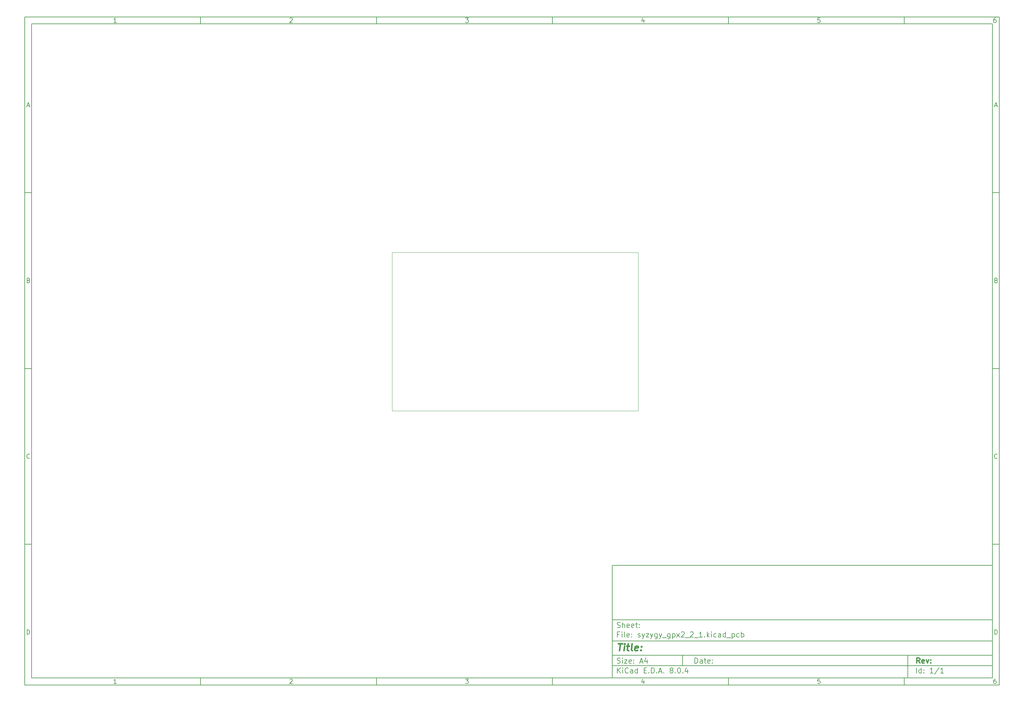
<source format=gbr>
%TF.GenerationSoftware,KiCad,Pcbnew,8.0.4*%
%TF.CreationDate,2025-07-14T14:52:46+02:00*%
%TF.ProjectId,syzygy_gpx2_2_1,73797a79-6779-45f6-9770-78325f325f31,rev?*%
%TF.SameCoordinates,Original*%
%TF.FileFunction,Profile,NP*%
%FSLAX46Y46*%
G04 Gerber Fmt 4.6, Leading zero omitted, Abs format (unit mm)*
G04 Created by KiCad (PCBNEW 8.0.4) date 2025-07-14 14:52:46*
%MOMM*%
%LPD*%
G01*
G04 APERTURE LIST*
%ADD10C,0.100000*%
%ADD11C,0.150000*%
%ADD12C,0.300000*%
%ADD13C,0.400000*%
%TA.AperFunction,Profile*%
%ADD14C,0.050000*%
%TD*%
G04 APERTURE END LIST*
D10*
D11*
X177002200Y-166007200D02*
X285002200Y-166007200D01*
X285002200Y-198007200D01*
X177002200Y-198007200D01*
X177002200Y-166007200D01*
D10*
D11*
X10000000Y-10000000D02*
X287002200Y-10000000D01*
X287002200Y-200007200D01*
X10000000Y-200007200D01*
X10000000Y-10000000D01*
D10*
D11*
X12000000Y-12000000D02*
X285002200Y-12000000D01*
X285002200Y-198007200D01*
X12000000Y-198007200D01*
X12000000Y-12000000D01*
D10*
D11*
X60000000Y-12000000D02*
X60000000Y-10000000D01*
D10*
D11*
X110000000Y-12000000D02*
X110000000Y-10000000D01*
D10*
D11*
X160000000Y-12000000D02*
X160000000Y-10000000D01*
D10*
D11*
X210000000Y-12000000D02*
X210000000Y-10000000D01*
D10*
D11*
X260000000Y-12000000D02*
X260000000Y-10000000D01*
D10*
D11*
X36089160Y-11593604D02*
X35346303Y-11593604D01*
X35717731Y-11593604D02*
X35717731Y-10293604D01*
X35717731Y-10293604D02*
X35593922Y-10479319D01*
X35593922Y-10479319D02*
X35470112Y-10603128D01*
X35470112Y-10603128D02*
X35346303Y-10665033D01*
D10*
D11*
X85346303Y-10417414D02*
X85408207Y-10355509D01*
X85408207Y-10355509D02*
X85532017Y-10293604D01*
X85532017Y-10293604D02*
X85841541Y-10293604D01*
X85841541Y-10293604D02*
X85965350Y-10355509D01*
X85965350Y-10355509D02*
X86027255Y-10417414D01*
X86027255Y-10417414D02*
X86089160Y-10541223D01*
X86089160Y-10541223D02*
X86089160Y-10665033D01*
X86089160Y-10665033D02*
X86027255Y-10850747D01*
X86027255Y-10850747D02*
X85284398Y-11593604D01*
X85284398Y-11593604D02*
X86089160Y-11593604D01*
D10*
D11*
X135284398Y-10293604D02*
X136089160Y-10293604D01*
X136089160Y-10293604D02*
X135655826Y-10788842D01*
X135655826Y-10788842D02*
X135841541Y-10788842D01*
X135841541Y-10788842D02*
X135965350Y-10850747D01*
X135965350Y-10850747D02*
X136027255Y-10912652D01*
X136027255Y-10912652D02*
X136089160Y-11036461D01*
X136089160Y-11036461D02*
X136089160Y-11345985D01*
X136089160Y-11345985D02*
X136027255Y-11469795D01*
X136027255Y-11469795D02*
X135965350Y-11531700D01*
X135965350Y-11531700D02*
X135841541Y-11593604D01*
X135841541Y-11593604D02*
X135470112Y-11593604D01*
X135470112Y-11593604D02*
X135346303Y-11531700D01*
X135346303Y-11531700D02*
X135284398Y-11469795D01*
D10*
D11*
X185965350Y-10726938D02*
X185965350Y-11593604D01*
X185655826Y-10231700D02*
X185346303Y-11160271D01*
X185346303Y-11160271D02*
X186151064Y-11160271D01*
D10*
D11*
X236027255Y-10293604D02*
X235408207Y-10293604D01*
X235408207Y-10293604D02*
X235346303Y-10912652D01*
X235346303Y-10912652D02*
X235408207Y-10850747D01*
X235408207Y-10850747D02*
X235532017Y-10788842D01*
X235532017Y-10788842D02*
X235841541Y-10788842D01*
X235841541Y-10788842D02*
X235965350Y-10850747D01*
X235965350Y-10850747D02*
X236027255Y-10912652D01*
X236027255Y-10912652D02*
X236089160Y-11036461D01*
X236089160Y-11036461D02*
X236089160Y-11345985D01*
X236089160Y-11345985D02*
X236027255Y-11469795D01*
X236027255Y-11469795D02*
X235965350Y-11531700D01*
X235965350Y-11531700D02*
X235841541Y-11593604D01*
X235841541Y-11593604D02*
X235532017Y-11593604D01*
X235532017Y-11593604D02*
X235408207Y-11531700D01*
X235408207Y-11531700D02*
X235346303Y-11469795D01*
D10*
D11*
X285965350Y-10293604D02*
X285717731Y-10293604D01*
X285717731Y-10293604D02*
X285593922Y-10355509D01*
X285593922Y-10355509D02*
X285532017Y-10417414D01*
X285532017Y-10417414D02*
X285408207Y-10603128D01*
X285408207Y-10603128D02*
X285346303Y-10850747D01*
X285346303Y-10850747D02*
X285346303Y-11345985D01*
X285346303Y-11345985D02*
X285408207Y-11469795D01*
X285408207Y-11469795D02*
X285470112Y-11531700D01*
X285470112Y-11531700D02*
X285593922Y-11593604D01*
X285593922Y-11593604D02*
X285841541Y-11593604D01*
X285841541Y-11593604D02*
X285965350Y-11531700D01*
X285965350Y-11531700D02*
X286027255Y-11469795D01*
X286027255Y-11469795D02*
X286089160Y-11345985D01*
X286089160Y-11345985D02*
X286089160Y-11036461D01*
X286089160Y-11036461D02*
X286027255Y-10912652D01*
X286027255Y-10912652D02*
X285965350Y-10850747D01*
X285965350Y-10850747D02*
X285841541Y-10788842D01*
X285841541Y-10788842D02*
X285593922Y-10788842D01*
X285593922Y-10788842D02*
X285470112Y-10850747D01*
X285470112Y-10850747D02*
X285408207Y-10912652D01*
X285408207Y-10912652D02*
X285346303Y-11036461D01*
D10*
D11*
X60000000Y-198007200D02*
X60000000Y-200007200D01*
D10*
D11*
X110000000Y-198007200D02*
X110000000Y-200007200D01*
D10*
D11*
X160000000Y-198007200D02*
X160000000Y-200007200D01*
D10*
D11*
X210000000Y-198007200D02*
X210000000Y-200007200D01*
D10*
D11*
X260000000Y-198007200D02*
X260000000Y-200007200D01*
D10*
D11*
X36089160Y-199600804D02*
X35346303Y-199600804D01*
X35717731Y-199600804D02*
X35717731Y-198300804D01*
X35717731Y-198300804D02*
X35593922Y-198486519D01*
X35593922Y-198486519D02*
X35470112Y-198610328D01*
X35470112Y-198610328D02*
X35346303Y-198672233D01*
D10*
D11*
X85346303Y-198424614D02*
X85408207Y-198362709D01*
X85408207Y-198362709D02*
X85532017Y-198300804D01*
X85532017Y-198300804D02*
X85841541Y-198300804D01*
X85841541Y-198300804D02*
X85965350Y-198362709D01*
X85965350Y-198362709D02*
X86027255Y-198424614D01*
X86027255Y-198424614D02*
X86089160Y-198548423D01*
X86089160Y-198548423D02*
X86089160Y-198672233D01*
X86089160Y-198672233D02*
X86027255Y-198857947D01*
X86027255Y-198857947D02*
X85284398Y-199600804D01*
X85284398Y-199600804D02*
X86089160Y-199600804D01*
D10*
D11*
X135284398Y-198300804D02*
X136089160Y-198300804D01*
X136089160Y-198300804D02*
X135655826Y-198796042D01*
X135655826Y-198796042D02*
X135841541Y-198796042D01*
X135841541Y-198796042D02*
X135965350Y-198857947D01*
X135965350Y-198857947D02*
X136027255Y-198919852D01*
X136027255Y-198919852D02*
X136089160Y-199043661D01*
X136089160Y-199043661D02*
X136089160Y-199353185D01*
X136089160Y-199353185D02*
X136027255Y-199476995D01*
X136027255Y-199476995D02*
X135965350Y-199538900D01*
X135965350Y-199538900D02*
X135841541Y-199600804D01*
X135841541Y-199600804D02*
X135470112Y-199600804D01*
X135470112Y-199600804D02*
X135346303Y-199538900D01*
X135346303Y-199538900D02*
X135284398Y-199476995D01*
D10*
D11*
X185965350Y-198734138D02*
X185965350Y-199600804D01*
X185655826Y-198238900D02*
X185346303Y-199167471D01*
X185346303Y-199167471D02*
X186151064Y-199167471D01*
D10*
D11*
X236027255Y-198300804D02*
X235408207Y-198300804D01*
X235408207Y-198300804D02*
X235346303Y-198919852D01*
X235346303Y-198919852D02*
X235408207Y-198857947D01*
X235408207Y-198857947D02*
X235532017Y-198796042D01*
X235532017Y-198796042D02*
X235841541Y-198796042D01*
X235841541Y-198796042D02*
X235965350Y-198857947D01*
X235965350Y-198857947D02*
X236027255Y-198919852D01*
X236027255Y-198919852D02*
X236089160Y-199043661D01*
X236089160Y-199043661D02*
X236089160Y-199353185D01*
X236089160Y-199353185D02*
X236027255Y-199476995D01*
X236027255Y-199476995D02*
X235965350Y-199538900D01*
X235965350Y-199538900D02*
X235841541Y-199600804D01*
X235841541Y-199600804D02*
X235532017Y-199600804D01*
X235532017Y-199600804D02*
X235408207Y-199538900D01*
X235408207Y-199538900D02*
X235346303Y-199476995D01*
D10*
D11*
X285965350Y-198300804D02*
X285717731Y-198300804D01*
X285717731Y-198300804D02*
X285593922Y-198362709D01*
X285593922Y-198362709D02*
X285532017Y-198424614D01*
X285532017Y-198424614D02*
X285408207Y-198610328D01*
X285408207Y-198610328D02*
X285346303Y-198857947D01*
X285346303Y-198857947D02*
X285346303Y-199353185D01*
X285346303Y-199353185D02*
X285408207Y-199476995D01*
X285408207Y-199476995D02*
X285470112Y-199538900D01*
X285470112Y-199538900D02*
X285593922Y-199600804D01*
X285593922Y-199600804D02*
X285841541Y-199600804D01*
X285841541Y-199600804D02*
X285965350Y-199538900D01*
X285965350Y-199538900D02*
X286027255Y-199476995D01*
X286027255Y-199476995D02*
X286089160Y-199353185D01*
X286089160Y-199353185D02*
X286089160Y-199043661D01*
X286089160Y-199043661D02*
X286027255Y-198919852D01*
X286027255Y-198919852D02*
X285965350Y-198857947D01*
X285965350Y-198857947D02*
X285841541Y-198796042D01*
X285841541Y-198796042D02*
X285593922Y-198796042D01*
X285593922Y-198796042D02*
X285470112Y-198857947D01*
X285470112Y-198857947D02*
X285408207Y-198919852D01*
X285408207Y-198919852D02*
X285346303Y-199043661D01*
D10*
D11*
X10000000Y-60000000D02*
X12000000Y-60000000D01*
D10*
D11*
X10000000Y-110000000D02*
X12000000Y-110000000D01*
D10*
D11*
X10000000Y-160000000D02*
X12000000Y-160000000D01*
D10*
D11*
X10690476Y-35222176D02*
X11309523Y-35222176D01*
X10566666Y-35593604D02*
X10999999Y-34293604D01*
X10999999Y-34293604D02*
X11433333Y-35593604D01*
D10*
D11*
X11092857Y-84912652D02*
X11278571Y-84974557D01*
X11278571Y-84974557D02*
X11340476Y-85036461D01*
X11340476Y-85036461D02*
X11402380Y-85160271D01*
X11402380Y-85160271D02*
X11402380Y-85345985D01*
X11402380Y-85345985D02*
X11340476Y-85469795D01*
X11340476Y-85469795D02*
X11278571Y-85531700D01*
X11278571Y-85531700D02*
X11154761Y-85593604D01*
X11154761Y-85593604D02*
X10659523Y-85593604D01*
X10659523Y-85593604D02*
X10659523Y-84293604D01*
X10659523Y-84293604D02*
X11092857Y-84293604D01*
X11092857Y-84293604D02*
X11216666Y-84355509D01*
X11216666Y-84355509D02*
X11278571Y-84417414D01*
X11278571Y-84417414D02*
X11340476Y-84541223D01*
X11340476Y-84541223D02*
X11340476Y-84665033D01*
X11340476Y-84665033D02*
X11278571Y-84788842D01*
X11278571Y-84788842D02*
X11216666Y-84850747D01*
X11216666Y-84850747D02*
X11092857Y-84912652D01*
X11092857Y-84912652D02*
X10659523Y-84912652D01*
D10*
D11*
X11402380Y-135469795D02*
X11340476Y-135531700D01*
X11340476Y-135531700D02*
X11154761Y-135593604D01*
X11154761Y-135593604D02*
X11030952Y-135593604D01*
X11030952Y-135593604D02*
X10845238Y-135531700D01*
X10845238Y-135531700D02*
X10721428Y-135407890D01*
X10721428Y-135407890D02*
X10659523Y-135284080D01*
X10659523Y-135284080D02*
X10597619Y-135036461D01*
X10597619Y-135036461D02*
X10597619Y-134850747D01*
X10597619Y-134850747D02*
X10659523Y-134603128D01*
X10659523Y-134603128D02*
X10721428Y-134479319D01*
X10721428Y-134479319D02*
X10845238Y-134355509D01*
X10845238Y-134355509D02*
X11030952Y-134293604D01*
X11030952Y-134293604D02*
X11154761Y-134293604D01*
X11154761Y-134293604D02*
X11340476Y-134355509D01*
X11340476Y-134355509D02*
X11402380Y-134417414D01*
D10*
D11*
X10659523Y-185593604D02*
X10659523Y-184293604D01*
X10659523Y-184293604D02*
X10969047Y-184293604D01*
X10969047Y-184293604D02*
X11154761Y-184355509D01*
X11154761Y-184355509D02*
X11278571Y-184479319D01*
X11278571Y-184479319D02*
X11340476Y-184603128D01*
X11340476Y-184603128D02*
X11402380Y-184850747D01*
X11402380Y-184850747D02*
X11402380Y-185036461D01*
X11402380Y-185036461D02*
X11340476Y-185284080D01*
X11340476Y-185284080D02*
X11278571Y-185407890D01*
X11278571Y-185407890D02*
X11154761Y-185531700D01*
X11154761Y-185531700D02*
X10969047Y-185593604D01*
X10969047Y-185593604D02*
X10659523Y-185593604D01*
D10*
D11*
X287002200Y-60000000D02*
X285002200Y-60000000D01*
D10*
D11*
X287002200Y-110000000D02*
X285002200Y-110000000D01*
D10*
D11*
X287002200Y-160000000D02*
X285002200Y-160000000D01*
D10*
D11*
X285692676Y-35222176D02*
X286311723Y-35222176D01*
X285568866Y-35593604D02*
X286002199Y-34293604D01*
X286002199Y-34293604D02*
X286435533Y-35593604D01*
D10*
D11*
X286095057Y-84912652D02*
X286280771Y-84974557D01*
X286280771Y-84974557D02*
X286342676Y-85036461D01*
X286342676Y-85036461D02*
X286404580Y-85160271D01*
X286404580Y-85160271D02*
X286404580Y-85345985D01*
X286404580Y-85345985D02*
X286342676Y-85469795D01*
X286342676Y-85469795D02*
X286280771Y-85531700D01*
X286280771Y-85531700D02*
X286156961Y-85593604D01*
X286156961Y-85593604D02*
X285661723Y-85593604D01*
X285661723Y-85593604D02*
X285661723Y-84293604D01*
X285661723Y-84293604D02*
X286095057Y-84293604D01*
X286095057Y-84293604D02*
X286218866Y-84355509D01*
X286218866Y-84355509D02*
X286280771Y-84417414D01*
X286280771Y-84417414D02*
X286342676Y-84541223D01*
X286342676Y-84541223D02*
X286342676Y-84665033D01*
X286342676Y-84665033D02*
X286280771Y-84788842D01*
X286280771Y-84788842D02*
X286218866Y-84850747D01*
X286218866Y-84850747D02*
X286095057Y-84912652D01*
X286095057Y-84912652D02*
X285661723Y-84912652D01*
D10*
D11*
X286404580Y-135469795D02*
X286342676Y-135531700D01*
X286342676Y-135531700D02*
X286156961Y-135593604D01*
X286156961Y-135593604D02*
X286033152Y-135593604D01*
X286033152Y-135593604D02*
X285847438Y-135531700D01*
X285847438Y-135531700D02*
X285723628Y-135407890D01*
X285723628Y-135407890D02*
X285661723Y-135284080D01*
X285661723Y-135284080D02*
X285599819Y-135036461D01*
X285599819Y-135036461D02*
X285599819Y-134850747D01*
X285599819Y-134850747D02*
X285661723Y-134603128D01*
X285661723Y-134603128D02*
X285723628Y-134479319D01*
X285723628Y-134479319D02*
X285847438Y-134355509D01*
X285847438Y-134355509D02*
X286033152Y-134293604D01*
X286033152Y-134293604D02*
X286156961Y-134293604D01*
X286156961Y-134293604D02*
X286342676Y-134355509D01*
X286342676Y-134355509D02*
X286404580Y-134417414D01*
D10*
D11*
X285661723Y-185593604D02*
X285661723Y-184293604D01*
X285661723Y-184293604D02*
X285971247Y-184293604D01*
X285971247Y-184293604D02*
X286156961Y-184355509D01*
X286156961Y-184355509D02*
X286280771Y-184479319D01*
X286280771Y-184479319D02*
X286342676Y-184603128D01*
X286342676Y-184603128D02*
X286404580Y-184850747D01*
X286404580Y-184850747D02*
X286404580Y-185036461D01*
X286404580Y-185036461D02*
X286342676Y-185284080D01*
X286342676Y-185284080D02*
X286280771Y-185407890D01*
X286280771Y-185407890D02*
X286156961Y-185531700D01*
X286156961Y-185531700D02*
X285971247Y-185593604D01*
X285971247Y-185593604D02*
X285661723Y-185593604D01*
D10*
D11*
X200458026Y-193793328D02*
X200458026Y-192293328D01*
X200458026Y-192293328D02*
X200815169Y-192293328D01*
X200815169Y-192293328D02*
X201029455Y-192364757D01*
X201029455Y-192364757D02*
X201172312Y-192507614D01*
X201172312Y-192507614D02*
X201243741Y-192650471D01*
X201243741Y-192650471D02*
X201315169Y-192936185D01*
X201315169Y-192936185D02*
X201315169Y-193150471D01*
X201315169Y-193150471D02*
X201243741Y-193436185D01*
X201243741Y-193436185D02*
X201172312Y-193579042D01*
X201172312Y-193579042D02*
X201029455Y-193721900D01*
X201029455Y-193721900D02*
X200815169Y-193793328D01*
X200815169Y-193793328D02*
X200458026Y-193793328D01*
X202600884Y-193793328D02*
X202600884Y-193007614D01*
X202600884Y-193007614D02*
X202529455Y-192864757D01*
X202529455Y-192864757D02*
X202386598Y-192793328D01*
X202386598Y-192793328D02*
X202100884Y-192793328D01*
X202100884Y-192793328D02*
X201958026Y-192864757D01*
X202600884Y-193721900D02*
X202458026Y-193793328D01*
X202458026Y-193793328D02*
X202100884Y-193793328D01*
X202100884Y-193793328D02*
X201958026Y-193721900D01*
X201958026Y-193721900D02*
X201886598Y-193579042D01*
X201886598Y-193579042D02*
X201886598Y-193436185D01*
X201886598Y-193436185D02*
X201958026Y-193293328D01*
X201958026Y-193293328D02*
X202100884Y-193221900D01*
X202100884Y-193221900D02*
X202458026Y-193221900D01*
X202458026Y-193221900D02*
X202600884Y-193150471D01*
X203100884Y-192793328D02*
X203672312Y-192793328D01*
X203315169Y-192293328D02*
X203315169Y-193579042D01*
X203315169Y-193579042D02*
X203386598Y-193721900D01*
X203386598Y-193721900D02*
X203529455Y-193793328D01*
X203529455Y-193793328D02*
X203672312Y-193793328D01*
X204743741Y-193721900D02*
X204600884Y-193793328D01*
X204600884Y-193793328D02*
X204315170Y-193793328D01*
X204315170Y-193793328D02*
X204172312Y-193721900D01*
X204172312Y-193721900D02*
X204100884Y-193579042D01*
X204100884Y-193579042D02*
X204100884Y-193007614D01*
X204100884Y-193007614D02*
X204172312Y-192864757D01*
X204172312Y-192864757D02*
X204315170Y-192793328D01*
X204315170Y-192793328D02*
X204600884Y-192793328D01*
X204600884Y-192793328D02*
X204743741Y-192864757D01*
X204743741Y-192864757D02*
X204815170Y-193007614D01*
X204815170Y-193007614D02*
X204815170Y-193150471D01*
X204815170Y-193150471D02*
X204100884Y-193293328D01*
X205458026Y-193650471D02*
X205529455Y-193721900D01*
X205529455Y-193721900D02*
X205458026Y-193793328D01*
X205458026Y-193793328D02*
X205386598Y-193721900D01*
X205386598Y-193721900D02*
X205458026Y-193650471D01*
X205458026Y-193650471D02*
X205458026Y-193793328D01*
X205458026Y-192864757D02*
X205529455Y-192936185D01*
X205529455Y-192936185D02*
X205458026Y-193007614D01*
X205458026Y-193007614D02*
X205386598Y-192936185D01*
X205386598Y-192936185D02*
X205458026Y-192864757D01*
X205458026Y-192864757D02*
X205458026Y-193007614D01*
D10*
D11*
X177002200Y-194507200D02*
X285002200Y-194507200D01*
D10*
D11*
X178458026Y-196593328D02*
X178458026Y-195093328D01*
X179315169Y-196593328D02*
X178672312Y-195736185D01*
X179315169Y-195093328D02*
X178458026Y-195950471D01*
X179958026Y-196593328D02*
X179958026Y-195593328D01*
X179958026Y-195093328D02*
X179886598Y-195164757D01*
X179886598Y-195164757D02*
X179958026Y-195236185D01*
X179958026Y-195236185D02*
X180029455Y-195164757D01*
X180029455Y-195164757D02*
X179958026Y-195093328D01*
X179958026Y-195093328D02*
X179958026Y-195236185D01*
X181529455Y-196450471D02*
X181458027Y-196521900D01*
X181458027Y-196521900D02*
X181243741Y-196593328D01*
X181243741Y-196593328D02*
X181100884Y-196593328D01*
X181100884Y-196593328D02*
X180886598Y-196521900D01*
X180886598Y-196521900D02*
X180743741Y-196379042D01*
X180743741Y-196379042D02*
X180672312Y-196236185D01*
X180672312Y-196236185D02*
X180600884Y-195950471D01*
X180600884Y-195950471D02*
X180600884Y-195736185D01*
X180600884Y-195736185D02*
X180672312Y-195450471D01*
X180672312Y-195450471D02*
X180743741Y-195307614D01*
X180743741Y-195307614D02*
X180886598Y-195164757D01*
X180886598Y-195164757D02*
X181100884Y-195093328D01*
X181100884Y-195093328D02*
X181243741Y-195093328D01*
X181243741Y-195093328D02*
X181458027Y-195164757D01*
X181458027Y-195164757D02*
X181529455Y-195236185D01*
X182815170Y-196593328D02*
X182815170Y-195807614D01*
X182815170Y-195807614D02*
X182743741Y-195664757D01*
X182743741Y-195664757D02*
X182600884Y-195593328D01*
X182600884Y-195593328D02*
X182315170Y-195593328D01*
X182315170Y-195593328D02*
X182172312Y-195664757D01*
X182815170Y-196521900D02*
X182672312Y-196593328D01*
X182672312Y-196593328D02*
X182315170Y-196593328D01*
X182315170Y-196593328D02*
X182172312Y-196521900D01*
X182172312Y-196521900D02*
X182100884Y-196379042D01*
X182100884Y-196379042D02*
X182100884Y-196236185D01*
X182100884Y-196236185D02*
X182172312Y-196093328D01*
X182172312Y-196093328D02*
X182315170Y-196021900D01*
X182315170Y-196021900D02*
X182672312Y-196021900D01*
X182672312Y-196021900D02*
X182815170Y-195950471D01*
X184172313Y-196593328D02*
X184172313Y-195093328D01*
X184172313Y-196521900D02*
X184029455Y-196593328D01*
X184029455Y-196593328D02*
X183743741Y-196593328D01*
X183743741Y-196593328D02*
X183600884Y-196521900D01*
X183600884Y-196521900D02*
X183529455Y-196450471D01*
X183529455Y-196450471D02*
X183458027Y-196307614D01*
X183458027Y-196307614D02*
X183458027Y-195879042D01*
X183458027Y-195879042D02*
X183529455Y-195736185D01*
X183529455Y-195736185D02*
X183600884Y-195664757D01*
X183600884Y-195664757D02*
X183743741Y-195593328D01*
X183743741Y-195593328D02*
X184029455Y-195593328D01*
X184029455Y-195593328D02*
X184172313Y-195664757D01*
X186029455Y-195807614D02*
X186529455Y-195807614D01*
X186743741Y-196593328D02*
X186029455Y-196593328D01*
X186029455Y-196593328D02*
X186029455Y-195093328D01*
X186029455Y-195093328D02*
X186743741Y-195093328D01*
X187386598Y-196450471D02*
X187458027Y-196521900D01*
X187458027Y-196521900D02*
X187386598Y-196593328D01*
X187386598Y-196593328D02*
X187315170Y-196521900D01*
X187315170Y-196521900D02*
X187386598Y-196450471D01*
X187386598Y-196450471D02*
X187386598Y-196593328D01*
X188100884Y-196593328D02*
X188100884Y-195093328D01*
X188100884Y-195093328D02*
X188458027Y-195093328D01*
X188458027Y-195093328D02*
X188672313Y-195164757D01*
X188672313Y-195164757D02*
X188815170Y-195307614D01*
X188815170Y-195307614D02*
X188886599Y-195450471D01*
X188886599Y-195450471D02*
X188958027Y-195736185D01*
X188958027Y-195736185D02*
X188958027Y-195950471D01*
X188958027Y-195950471D02*
X188886599Y-196236185D01*
X188886599Y-196236185D02*
X188815170Y-196379042D01*
X188815170Y-196379042D02*
X188672313Y-196521900D01*
X188672313Y-196521900D02*
X188458027Y-196593328D01*
X188458027Y-196593328D02*
X188100884Y-196593328D01*
X189600884Y-196450471D02*
X189672313Y-196521900D01*
X189672313Y-196521900D02*
X189600884Y-196593328D01*
X189600884Y-196593328D02*
X189529456Y-196521900D01*
X189529456Y-196521900D02*
X189600884Y-196450471D01*
X189600884Y-196450471D02*
X189600884Y-196593328D01*
X190243742Y-196164757D02*
X190958028Y-196164757D01*
X190100885Y-196593328D02*
X190600885Y-195093328D01*
X190600885Y-195093328D02*
X191100885Y-196593328D01*
X191600884Y-196450471D02*
X191672313Y-196521900D01*
X191672313Y-196521900D02*
X191600884Y-196593328D01*
X191600884Y-196593328D02*
X191529456Y-196521900D01*
X191529456Y-196521900D02*
X191600884Y-196450471D01*
X191600884Y-196450471D02*
X191600884Y-196593328D01*
X193672313Y-195736185D02*
X193529456Y-195664757D01*
X193529456Y-195664757D02*
X193458027Y-195593328D01*
X193458027Y-195593328D02*
X193386599Y-195450471D01*
X193386599Y-195450471D02*
X193386599Y-195379042D01*
X193386599Y-195379042D02*
X193458027Y-195236185D01*
X193458027Y-195236185D02*
X193529456Y-195164757D01*
X193529456Y-195164757D02*
X193672313Y-195093328D01*
X193672313Y-195093328D02*
X193958027Y-195093328D01*
X193958027Y-195093328D02*
X194100885Y-195164757D01*
X194100885Y-195164757D02*
X194172313Y-195236185D01*
X194172313Y-195236185D02*
X194243742Y-195379042D01*
X194243742Y-195379042D02*
X194243742Y-195450471D01*
X194243742Y-195450471D02*
X194172313Y-195593328D01*
X194172313Y-195593328D02*
X194100885Y-195664757D01*
X194100885Y-195664757D02*
X193958027Y-195736185D01*
X193958027Y-195736185D02*
X193672313Y-195736185D01*
X193672313Y-195736185D02*
X193529456Y-195807614D01*
X193529456Y-195807614D02*
X193458027Y-195879042D01*
X193458027Y-195879042D02*
X193386599Y-196021900D01*
X193386599Y-196021900D02*
X193386599Y-196307614D01*
X193386599Y-196307614D02*
X193458027Y-196450471D01*
X193458027Y-196450471D02*
X193529456Y-196521900D01*
X193529456Y-196521900D02*
X193672313Y-196593328D01*
X193672313Y-196593328D02*
X193958027Y-196593328D01*
X193958027Y-196593328D02*
X194100885Y-196521900D01*
X194100885Y-196521900D02*
X194172313Y-196450471D01*
X194172313Y-196450471D02*
X194243742Y-196307614D01*
X194243742Y-196307614D02*
X194243742Y-196021900D01*
X194243742Y-196021900D02*
X194172313Y-195879042D01*
X194172313Y-195879042D02*
X194100885Y-195807614D01*
X194100885Y-195807614D02*
X193958027Y-195736185D01*
X194886598Y-196450471D02*
X194958027Y-196521900D01*
X194958027Y-196521900D02*
X194886598Y-196593328D01*
X194886598Y-196593328D02*
X194815170Y-196521900D01*
X194815170Y-196521900D02*
X194886598Y-196450471D01*
X194886598Y-196450471D02*
X194886598Y-196593328D01*
X195886599Y-195093328D02*
X196029456Y-195093328D01*
X196029456Y-195093328D02*
X196172313Y-195164757D01*
X196172313Y-195164757D02*
X196243742Y-195236185D01*
X196243742Y-195236185D02*
X196315170Y-195379042D01*
X196315170Y-195379042D02*
X196386599Y-195664757D01*
X196386599Y-195664757D02*
X196386599Y-196021900D01*
X196386599Y-196021900D02*
X196315170Y-196307614D01*
X196315170Y-196307614D02*
X196243742Y-196450471D01*
X196243742Y-196450471D02*
X196172313Y-196521900D01*
X196172313Y-196521900D02*
X196029456Y-196593328D01*
X196029456Y-196593328D02*
X195886599Y-196593328D01*
X195886599Y-196593328D02*
X195743742Y-196521900D01*
X195743742Y-196521900D02*
X195672313Y-196450471D01*
X195672313Y-196450471D02*
X195600884Y-196307614D01*
X195600884Y-196307614D02*
X195529456Y-196021900D01*
X195529456Y-196021900D02*
X195529456Y-195664757D01*
X195529456Y-195664757D02*
X195600884Y-195379042D01*
X195600884Y-195379042D02*
X195672313Y-195236185D01*
X195672313Y-195236185D02*
X195743742Y-195164757D01*
X195743742Y-195164757D02*
X195886599Y-195093328D01*
X197029455Y-196450471D02*
X197100884Y-196521900D01*
X197100884Y-196521900D02*
X197029455Y-196593328D01*
X197029455Y-196593328D02*
X196958027Y-196521900D01*
X196958027Y-196521900D02*
X197029455Y-196450471D01*
X197029455Y-196450471D02*
X197029455Y-196593328D01*
X198386599Y-195593328D02*
X198386599Y-196593328D01*
X198029456Y-195021900D02*
X197672313Y-196093328D01*
X197672313Y-196093328D02*
X198600884Y-196093328D01*
D10*
D11*
X177002200Y-191507200D02*
X285002200Y-191507200D01*
D10*
D12*
X264413853Y-193785528D02*
X263913853Y-193071242D01*
X263556710Y-193785528D02*
X263556710Y-192285528D01*
X263556710Y-192285528D02*
X264128139Y-192285528D01*
X264128139Y-192285528D02*
X264270996Y-192356957D01*
X264270996Y-192356957D02*
X264342425Y-192428385D01*
X264342425Y-192428385D02*
X264413853Y-192571242D01*
X264413853Y-192571242D02*
X264413853Y-192785528D01*
X264413853Y-192785528D02*
X264342425Y-192928385D01*
X264342425Y-192928385D02*
X264270996Y-192999814D01*
X264270996Y-192999814D02*
X264128139Y-193071242D01*
X264128139Y-193071242D02*
X263556710Y-193071242D01*
X265628139Y-193714100D02*
X265485282Y-193785528D01*
X265485282Y-193785528D02*
X265199568Y-193785528D01*
X265199568Y-193785528D02*
X265056710Y-193714100D01*
X265056710Y-193714100D02*
X264985282Y-193571242D01*
X264985282Y-193571242D02*
X264985282Y-192999814D01*
X264985282Y-192999814D02*
X265056710Y-192856957D01*
X265056710Y-192856957D02*
X265199568Y-192785528D01*
X265199568Y-192785528D02*
X265485282Y-192785528D01*
X265485282Y-192785528D02*
X265628139Y-192856957D01*
X265628139Y-192856957D02*
X265699568Y-192999814D01*
X265699568Y-192999814D02*
X265699568Y-193142671D01*
X265699568Y-193142671D02*
X264985282Y-193285528D01*
X266199567Y-192785528D02*
X266556710Y-193785528D01*
X266556710Y-193785528D02*
X266913853Y-192785528D01*
X267485281Y-193642671D02*
X267556710Y-193714100D01*
X267556710Y-193714100D02*
X267485281Y-193785528D01*
X267485281Y-193785528D02*
X267413853Y-193714100D01*
X267413853Y-193714100D02*
X267485281Y-193642671D01*
X267485281Y-193642671D02*
X267485281Y-193785528D01*
X267485281Y-192856957D02*
X267556710Y-192928385D01*
X267556710Y-192928385D02*
X267485281Y-192999814D01*
X267485281Y-192999814D02*
X267413853Y-192928385D01*
X267413853Y-192928385D02*
X267485281Y-192856957D01*
X267485281Y-192856957D02*
X267485281Y-192999814D01*
D10*
D11*
X178386598Y-193721900D02*
X178600884Y-193793328D01*
X178600884Y-193793328D02*
X178958026Y-193793328D01*
X178958026Y-193793328D02*
X179100884Y-193721900D01*
X179100884Y-193721900D02*
X179172312Y-193650471D01*
X179172312Y-193650471D02*
X179243741Y-193507614D01*
X179243741Y-193507614D02*
X179243741Y-193364757D01*
X179243741Y-193364757D02*
X179172312Y-193221900D01*
X179172312Y-193221900D02*
X179100884Y-193150471D01*
X179100884Y-193150471D02*
X178958026Y-193079042D01*
X178958026Y-193079042D02*
X178672312Y-193007614D01*
X178672312Y-193007614D02*
X178529455Y-192936185D01*
X178529455Y-192936185D02*
X178458026Y-192864757D01*
X178458026Y-192864757D02*
X178386598Y-192721900D01*
X178386598Y-192721900D02*
X178386598Y-192579042D01*
X178386598Y-192579042D02*
X178458026Y-192436185D01*
X178458026Y-192436185D02*
X178529455Y-192364757D01*
X178529455Y-192364757D02*
X178672312Y-192293328D01*
X178672312Y-192293328D02*
X179029455Y-192293328D01*
X179029455Y-192293328D02*
X179243741Y-192364757D01*
X179886597Y-193793328D02*
X179886597Y-192793328D01*
X179886597Y-192293328D02*
X179815169Y-192364757D01*
X179815169Y-192364757D02*
X179886597Y-192436185D01*
X179886597Y-192436185D02*
X179958026Y-192364757D01*
X179958026Y-192364757D02*
X179886597Y-192293328D01*
X179886597Y-192293328D02*
X179886597Y-192436185D01*
X180458026Y-192793328D02*
X181243741Y-192793328D01*
X181243741Y-192793328D02*
X180458026Y-193793328D01*
X180458026Y-193793328D02*
X181243741Y-193793328D01*
X182386598Y-193721900D02*
X182243741Y-193793328D01*
X182243741Y-193793328D02*
X181958027Y-193793328D01*
X181958027Y-193793328D02*
X181815169Y-193721900D01*
X181815169Y-193721900D02*
X181743741Y-193579042D01*
X181743741Y-193579042D02*
X181743741Y-193007614D01*
X181743741Y-193007614D02*
X181815169Y-192864757D01*
X181815169Y-192864757D02*
X181958027Y-192793328D01*
X181958027Y-192793328D02*
X182243741Y-192793328D01*
X182243741Y-192793328D02*
X182386598Y-192864757D01*
X182386598Y-192864757D02*
X182458027Y-193007614D01*
X182458027Y-193007614D02*
X182458027Y-193150471D01*
X182458027Y-193150471D02*
X181743741Y-193293328D01*
X183100883Y-193650471D02*
X183172312Y-193721900D01*
X183172312Y-193721900D02*
X183100883Y-193793328D01*
X183100883Y-193793328D02*
X183029455Y-193721900D01*
X183029455Y-193721900D02*
X183100883Y-193650471D01*
X183100883Y-193650471D02*
X183100883Y-193793328D01*
X183100883Y-192864757D02*
X183172312Y-192936185D01*
X183172312Y-192936185D02*
X183100883Y-193007614D01*
X183100883Y-193007614D02*
X183029455Y-192936185D01*
X183029455Y-192936185D02*
X183100883Y-192864757D01*
X183100883Y-192864757D02*
X183100883Y-193007614D01*
X184886598Y-193364757D02*
X185600884Y-193364757D01*
X184743741Y-193793328D02*
X185243741Y-192293328D01*
X185243741Y-192293328D02*
X185743741Y-193793328D01*
X186886598Y-192793328D02*
X186886598Y-193793328D01*
X186529455Y-192221900D02*
X186172312Y-193293328D01*
X186172312Y-193293328D02*
X187100883Y-193293328D01*
D10*
D11*
X263458026Y-196593328D02*
X263458026Y-195093328D01*
X264815170Y-196593328D02*
X264815170Y-195093328D01*
X264815170Y-196521900D02*
X264672312Y-196593328D01*
X264672312Y-196593328D02*
X264386598Y-196593328D01*
X264386598Y-196593328D02*
X264243741Y-196521900D01*
X264243741Y-196521900D02*
X264172312Y-196450471D01*
X264172312Y-196450471D02*
X264100884Y-196307614D01*
X264100884Y-196307614D02*
X264100884Y-195879042D01*
X264100884Y-195879042D02*
X264172312Y-195736185D01*
X264172312Y-195736185D02*
X264243741Y-195664757D01*
X264243741Y-195664757D02*
X264386598Y-195593328D01*
X264386598Y-195593328D02*
X264672312Y-195593328D01*
X264672312Y-195593328D02*
X264815170Y-195664757D01*
X265529455Y-196450471D02*
X265600884Y-196521900D01*
X265600884Y-196521900D02*
X265529455Y-196593328D01*
X265529455Y-196593328D02*
X265458027Y-196521900D01*
X265458027Y-196521900D02*
X265529455Y-196450471D01*
X265529455Y-196450471D02*
X265529455Y-196593328D01*
X265529455Y-195664757D02*
X265600884Y-195736185D01*
X265600884Y-195736185D02*
X265529455Y-195807614D01*
X265529455Y-195807614D02*
X265458027Y-195736185D01*
X265458027Y-195736185D02*
X265529455Y-195664757D01*
X265529455Y-195664757D02*
X265529455Y-195807614D01*
X268172313Y-196593328D02*
X267315170Y-196593328D01*
X267743741Y-196593328D02*
X267743741Y-195093328D01*
X267743741Y-195093328D02*
X267600884Y-195307614D01*
X267600884Y-195307614D02*
X267458027Y-195450471D01*
X267458027Y-195450471D02*
X267315170Y-195521900D01*
X269886598Y-195021900D02*
X268600884Y-196950471D01*
X271172313Y-196593328D02*
X270315170Y-196593328D01*
X270743741Y-196593328D02*
X270743741Y-195093328D01*
X270743741Y-195093328D02*
X270600884Y-195307614D01*
X270600884Y-195307614D02*
X270458027Y-195450471D01*
X270458027Y-195450471D02*
X270315170Y-195521900D01*
D10*
D11*
X177002200Y-187507200D02*
X285002200Y-187507200D01*
D10*
D13*
X178693928Y-188211638D02*
X179836785Y-188211638D01*
X179015357Y-190211638D02*
X179265357Y-188211638D01*
X180253452Y-190211638D02*
X180420119Y-188878304D01*
X180503452Y-188211638D02*
X180396309Y-188306876D01*
X180396309Y-188306876D02*
X180479643Y-188402114D01*
X180479643Y-188402114D02*
X180586786Y-188306876D01*
X180586786Y-188306876D02*
X180503452Y-188211638D01*
X180503452Y-188211638D02*
X180479643Y-188402114D01*
X181086786Y-188878304D02*
X181848690Y-188878304D01*
X181455833Y-188211638D02*
X181241548Y-189925923D01*
X181241548Y-189925923D02*
X181312976Y-190116400D01*
X181312976Y-190116400D02*
X181491548Y-190211638D01*
X181491548Y-190211638D02*
X181682024Y-190211638D01*
X182634405Y-190211638D02*
X182455833Y-190116400D01*
X182455833Y-190116400D02*
X182384405Y-189925923D01*
X182384405Y-189925923D02*
X182598690Y-188211638D01*
X184170119Y-190116400D02*
X183967738Y-190211638D01*
X183967738Y-190211638D02*
X183586785Y-190211638D01*
X183586785Y-190211638D02*
X183408214Y-190116400D01*
X183408214Y-190116400D02*
X183336785Y-189925923D01*
X183336785Y-189925923D02*
X183432024Y-189164019D01*
X183432024Y-189164019D02*
X183551071Y-188973542D01*
X183551071Y-188973542D02*
X183753452Y-188878304D01*
X183753452Y-188878304D02*
X184134404Y-188878304D01*
X184134404Y-188878304D02*
X184312976Y-188973542D01*
X184312976Y-188973542D02*
X184384404Y-189164019D01*
X184384404Y-189164019D02*
X184360595Y-189354495D01*
X184360595Y-189354495D02*
X183384404Y-189544971D01*
X185134405Y-190021161D02*
X185217738Y-190116400D01*
X185217738Y-190116400D02*
X185110595Y-190211638D01*
X185110595Y-190211638D02*
X185027262Y-190116400D01*
X185027262Y-190116400D02*
X185134405Y-190021161D01*
X185134405Y-190021161D02*
X185110595Y-190211638D01*
X185265357Y-188973542D02*
X185348690Y-189068780D01*
X185348690Y-189068780D02*
X185241548Y-189164019D01*
X185241548Y-189164019D02*
X185158214Y-189068780D01*
X185158214Y-189068780D02*
X185265357Y-188973542D01*
X185265357Y-188973542D02*
X185241548Y-189164019D01*
D10*
D11*
X178958026Y-185607614D02*
X178458026Y-185607614D01*
X178458026Y-186393328D02*
X178458026Y-184893328D01*
X178458026Y-184893328D02*
X179172312Y-184893328D01*
X179743740Y-186393328D02*
X179743740Y-185393328D01*
X179743740Y-184893328D02*
X179672312Y-184964757D01*
X179672312Y-184964757D02*
X179743740Y-185036185D01*
X179743740Y-185036185D02*
X179815169Y-184964757D01*
X179815169Y-184964757D02*
X179743740Y-184893328D01*
X179743740Y-184893328D02*
X179743740Y-185036185D01*
X180672312Y-186393328D02*
X180529455Y-186321900D01*
X180529455Y-186321900D02*
X180458026Y-186179042D01*
X180458026Y-186179042D02*
X180458026Y-184893328D01*
X181815169Y-186321900D02*
X181672312Y-186393328D01*
X181672312Y-186393328D02*
X181386598Y-186393328D01*
X181386598Y-186393328D02*
X181243740Y-186321900D01*
X181243740Y-186321900D02*
X181172312Y-186179042D01*
X181172312Y-186179042D02*
X181172312Y-185607614D01*
X181172312Y-185607614D02*
X181243740Y-185464757D01*
X181243740Y-185464757D02*
X181386598Y-185393328D01*
X181386598Y-185393328D02*
X181672312Y-185393328D01*
X181672312Y-185393328D02*
X181815169Y-185464757D01*
X181815169Y-185464757D02*
X181886598Y-185607614D01*
X181886598Y-185607614D02*
X181886598Y-185750471D01*
X181886598Y-185750471D02*
X181172312Y-185893328D01*
X182529454Y-186250471D02*
X182600883Y-186321900D01*
X182600883Y-186321900D02*
X182529454Y-186393328D01*
X182529454Y-186393328D02*
X182458026Y-186321900D01*
X182458026Y-186321900D02*
X182529454Y-186250471D01*
X182529454Y-186250471D02*
X182529454Y-186393328D01*
X182529454Y-185464757D02*
X182600883Y-185536185D01*
X182600883Y-185536185D02*
X182529454Y-185607614D01*
X182529454Y-185607614D02*
X182458026Y-185536185D01*
X182458026Y-185536185D02*
X182529454Y-185464757D01*
X182529454Y-185464757D02*
X182529454Y-185607614D01*
X184315169Y-186321900D02*
X184458026Y-186393328D01*
X184458026Y-186393328D02*
X184743740Y-186393328D01*
X184743740Y-186393328D02*
X184886597Y-186321900D01*
X184886597Y-186321900D02*
X184958026Y-186179042D01*
X184958026Y-186179042D02*
X184958026Y-186107614D01*
X184958026Y-186107614D02*
X184886597Y-185964757D01*
X184886597Y-185964757D02*
X184743740Y-185893328D01*
X184743740Y-185893328D02*
X184529455Y-185893328D01*
X184529455Y-185893328D02*
X184386597Y-185821900D01*
X184386597Y-185821900D02*
X184315169Y-185679042D01*
X184315169Y-185679042D02*
X184315169Y-185607614D01*
X184315169Y-185607614D02*
X184386597Y-185464757D01*
X184386597Y-185464757D02*
X184529455Y-185393328D01*
X184529455Y-185393328D02*
X184743740Y-185393328D01*
X184743740Y-185393328D02*
X184886597Y-185464757D01*
X185458026Y-185393328D02*
X185815169Y-186393328D01*
X186172312Y-185393328D02*
X185815169Y-186393328D01*
X185815169Y-186393328D02*
X185672312Y-186750471D01*
X185672312Y-186750471D02*
X185600883Y-186821900D01*
X185600883Y-186821900D02*
X185458026Y-186893328D01*
X186600883Y-185393328D02*
X187386598Y-185393328D01*
X187386598Y-185393328D02*
X186600883Y-186393328D01*
X186600883Y-186393328D02*
X187386598Y-186393328D01*
X187815169Y-185393328D02*
X188172312Y-186393328D01*
X188529455Y-185393328D02*
X188172312Y-186393328D01*
X188172312Y-186393328D02*
X188029455Y-186750471D01*
X188029455Y-186750471D02*
X187958026Y-186821900D01*
X187958026Y-186821900D02*
X187815169Y-186893328D01*
X189743741Y-185393328D02*
X189743741Y-186607614D01*
X189743741Y-186607614D02*
X189672312Y-186750471D01*
X189672312Y-186750471D02*
X189600883Y-186821900D01*
X189600883Y-186821900D02*
X189458026Y-186893328D01*
X189458026Y-186893328D02*
X189243741Y-186893328D01*
X189243741Y-186893328D02*
X189100883Y-186821900D01*
X189743741Y-186321900D02*
X189600883Y-186393328D01*
X189600883Y-186393328D02*
X189315169Y-186393328D01*
X189315169Y-186393328D02*
X189172312Y-186321900D01*
X189172312Y-186321900D02*
X189100883Y-186250471D01*
X189100883Y-186250471D02*
X189029455Y-186107614D01*
X189029455Y-186107614D02*
X189029455Y-185679042D01*
X189029455Y-185679042D02*
X189100883Y-185536185D01*
X189100883Y-185536185D02*
X189172312Y-185464757D01*
X189172312Y-185464757D02*
X189315169Y-185393328D01*
X189315169Y-185393328D02*
X189600883Y-185393328D01*
X189600883Y-185393328D02*
X189743741Y-185464757D01*
X190315169Y-185393328D02*
X190672312Y-186393328D01*
X191029455Y-185393328D02*
X190672312Y-186393328D01*
X190672312Y-186393328D02*
X190529455Y-186750471D01*
X190529455Y-186750471D02*
X190458026Y-186821900D01*
X190458026Y-186821900D02*
X190315169Y-186893328D01*
X191243741Y-186536185D02*
X192386598Y-186536185D01*
X193386598Y-185393328D02*
X193386598Y-186607614D01*
X193386598Y-186607614D02*
X193315169Y-186750471D01*
X193315169Y-186750471D02*
X193243740Y-186821900D01*
X193243740Y-186821900D02*
X193100883Y-186893328D01*
X193100883Y-186893328D02*
X192886598Y-186893328D01*
X192886598Y-186893328D02*
X192743740Y-186821900D01*
X193386598Y-186321900D02*
X193243740Y-186393328D01*
X193243740Y-186393328D02*
X192958026Y-186393328D01*
X192958026Y-186393328D02*
X192815169Y-186321900D01*
X192815169Y-186321900D02*
X192743740Y-186250471D01*
X192743740Y-186250471D02*
X192672312Y-186107614D01*
X192672312Y-186107614D02*
X192672312Y-185679042D01*
X192672312Y-185679042D02*
X192743740Y-185536185D01*
X192743740Y-185536185D02*
X192815169Y-185464757D01*
X192815169Y-185464757D02*
X192958026Y-185393328D01*
X192958026Y-185393328D02*
X193243740Y-185393328D01*
X193243740Y-185393328D02*
X193386598Y-185464757D01*
X194100883Y-185393328D02*
X194100883Y-186893328D01*
X194100883Y-185464757D02*
X194243741Y-185393328D01*
X194243741Y-185393328D02*
X194529455Y-185393328D01*
X194529455Y-185393328D02*
X194672312Y-185464757D01*
X194672312Y-185464757D02*
X194743741Y-185536185D01*
X194743741Y-185536185D02*
X194815169Y-185679042D01*
X194815169Y-185679042D02*
X194815169Y-186107614D01*
X194815169Y-186107614D02*
X194743741Y-186250471D01*
X194743741Y-186250471D02*
X194672312Y-186321900D01*
X194672312Y-186321900D02*
X194529455Y-186393328D01*
X194529455Y-186393328D02*
X194243741Y-186393328D01*
X194243741Y-186393328D02*
X194100883Y-186321900D01*
X195315169Y-186393328D02*
X196100884Y-185393328D01*
X195315169Y-185393328D02*
X196100884Y-186393328D01*
X196600884Y-185036185D02*
X196672312Y-184964757D01*
X196672312Y-184964757D02*
X196815170Y-184893328D01*
X196815170Y-184893328D02*
X197172312Y-184893328D01*
X197172312Y-184893328D02*
X197315170Y-184964757D01*
X197315170Y-184964757D02*
X197386598Y-185036185D01*
X197386598Y-185036185D02*
X197458027Y-185179042D01*
X197458027Y-185179042D02*
X197458027Y-185321900D01*
X197458027Y-185321900D02*
X197386598Y-185536185D01*
X197386598Y-185536185D02*
X196529455Y-186393328D01*
X196529455Y-186393328D02*
X197458027Y-186393328D01*
X197743741Y-186536185D02*
X198886598Y-186536185D01*
X199172312Y-185036185D02*
X199243740Y-184964757D01*
X199243740Y-184964757D02*
X199386598Y-184893328D01*
X199386598Y-184893328D02*
X199743740Y-184893328D01*
X199743740Y-184893328D02*
X199886598Y-184964757D01*
X199886598Y-184964757D02*
X199958026Y-185036185D01*
X199958026Y-185036185D02*
X200029455Y-185179042D01*
X200029455Y-185179042D02*
X200029455Y-185321900D01*
X200029455Y-185321900D02*
X199958026Y-185536185D01*
X199958026Y-185536185D02*
X199100883Y-186393328D01*
X199100883Y-186393328D02*
X200029455Y-186393328D01*
X200315169Y-186536185D02*
X201458026Y-186536185D01*
X202600883Y-186393328D02*
X201743740Y-186393328D01*
X202172311Y-186393328D02*
X202172311Y-184893328D01*
X202172311Y-184893328D02*
X202029454Y-185107614D01*
X202029454Y-185107614D02*
X201886597Y-185250471D01*
X201886597Y-185250471D02*
X201743740Y-185321900D01*
X203243739Y-186250471D02*
X203315168Y-186321900D01*
X203315168Y-186321900D02*
X203243739Y-186393328D01*
X203243739Y-186393328D02*
X203172311Y-186321900D01*
X203172311Y-186321900D02*
X203243739Y-186250471D01*
X203243739Y-186250471D02*
X203243739Y-186393328D01*
X203958025Y-186393328D02*
X203958025Y-184893328D01*
X204100883Y-185821900D02*
X204529454Y-186393328D01*
X204529454Y-185393328D02*
X203958025Y-185964757D01*
X205172311Y-186393328D02*
X205172311Y-185393328D01*
X205172311Y-184893328D02*
X205100883Y-184964757D01*
X205100883Y-184964757D02*
X205172311Y-185036185D01*
X205172311Y-185036185D02*
X205243740Y-184964757D01*
X205243740Y-184964757D02*
X205172311Y-184893328D01*
X205172311Y-184893328D02*
X205172311Y-185036185D01*
X206529455Y-186321900D02*
X206386597Y-186393328D01*
X206386597Y-186393328D02*
X206100883Y-186393328D01*
X206100883Y-186393328D02*
X205958026Y-186321900D01*
X205958026Y-186321900D02*
X205886597Y-186250471D01*
X205886597Y-186250471D02*
X205815169Y-186107614D01*
X205815169Y-186107614D02*
X205815169Y-185679042D01*
X205815169Y-185679042D02*
X205886597Y-185536185D01*
X205886597Y-185536185D02*
X205958026Y-185464757D01*
X205958026Y-185464757D02*
X206100883Y-185393328D01*
X206100883Y-185393328D02*
X206386597Y-185393328D01*
X206386597Y-185393328D02*
X206529455Y-185464757D01*
X207815169Y-186393328D02*
X207815169Y-185607614D01*
X207815169Y-185607614D02*
X207743740Y-185464757D01*
X207743740Y-185464757D02*
X207600883Y-185393328D01*
X207600883Y-185393328D02*
X207315169Y-185393328D01*
X207315169Y-185393328D02*
X207172311Y-185464757D01*
X207815169Y-186321900D02*
X207672311Y-186393328D01*
X207672311Y-186393328D02*
X207315169Y-186393328D01*
X207315169Y-186393328D02*
X207172311Y-186321900D01*
X207172311Y-186321900D02*
X207100883Y-186179042D01*
X207100883Y-186179042D02*
X207100883Y-186036185D01*
X207100883Y-186036185D02*
X207172311Y-185893328D01*
X207172311Y-185893328D02*
X207315169Y-185821900D01*
X207315169Y-185821900D02*
X207672311Y-185821900D01*
X207672311Y-185821900D02*
X207815169Y-185750471D01*
X209172312Y-186393328D02*
X209172312Y-184893328D01*
X209172312Y-186321900D02*
X209029454Y-186393328D01*
X209029454Y-186393328D02*
X208743740Y-186393328D01*
X208743740Y-186393328D02*
X208600883Y-186321900D01*
X208600883Y-186321900D02*
X208529454Y-186250471D01*
X208529454Y-186250471D02*
X208458026Y-186107614D01*
X208458026Y-186107614D02*
X208458026Y-185679042D01*
X208458026Y-185679042D02*
X208529454Y-185536185D01*
X208529454Y-185536185D02*
X208600883Y-185464757D01*
X208600883Y-185464757D02*
X208743740Y-185393328D01*
X208743740Y-185393328D02*
X209029454Y-185393328D01*
X209029454Y-185393328D02*
X209172312Y-185464757D01*
X209529455Y-186536185D02*
X210672312Y-186536185D01*
X211029454Y-185393328D02*
X211029454Y-186893328D01*
X211029454Y-185464757D02*
X211172312Y-185393328D01*
X211172312Y-185393328D02*
X211458026Y-185393328D01*
X211458026Y-185393328D02*
X211600883Y-185464757D01*
X211600883Y-185464757D02*
X211672312Y-185536185D01*
X211672312Y-185536185D02*
X211743740Y-185679042D01*
X211743740Y-185679042D02*
X211743740Y-186107614D01*
X211743740Y-186107614D02*
X211672312Y-186250471D01*
X211672312Y-186250471D02*
X211600883Y-186321900D01*
X211600883Y-186321900D02*
X211458026Y-186393328D01*
X211458026Y-186393328D02*
X211172312Y-186393328D01*
X211172312Y-186393328D02*
X211029454Y-186321900D01*
X213029455Y-186321900D02*
X212886597Y-186393328D01*
X212886597Y-186393328D02*
X212600883Y-186393328D01*
X212600883Y-186393328D02*
X212458026Y-186321900D01*
X212458026Y-186321900D02*
X212386597Y-186250471D01*
X212386597Y-186250471D02*
X212315169Y-186107614D01*
X212315169Y-186107614D02*
X212315169Y-185679042D01*
X212315169Y-185679042D02*
X212386597Y-185536185D01*
X212386597Y-185536185D02*
X212458026Y-185464757D01*
X212458026Y-185464757D02*
X212600883Y-185393328D01*
X212600883Y-185393328D02*
X212886597Y-185393328D01*
X212886597Y-185393328D02*
X213029455Y-185464757D01*
X213672311Y-186393328D02*
X213672311Y-184893328D01*
X213672311Y-185464757D02*
X213815169Y-185393328D01*
X213815169Y-185393328D02*
X214100883Y-185393328D01*
X214100883Y-185393328D02*
X214243740Y-185464757D01*
X214243740Y-185464757D02*
X214315169Y-185536185D01*
X214315169Y-185536185D02*
X214386597Y-185679042D01*
X214386597Y-185679042D02*
X214386597Y-186107614D01*
X214386597Y-186107614D02*
X214315169Y-186250471D01*
X214315169Y-186250471D02*
X214243740Y-186321900D01*
X214243740Y-186321900D02*
X214100883Y-186393328D01*
X214100883Y-186393328D02*
X213815169Y-186393328D01*
X213815169Y-186393328D02*
X213672311Y-186321900D01*
D10*
D11*
X177002200Y-181507200D02*
X285002200Y-181507200D01*
D10*
D11*
X178386598Y-183621900D02*
X178600884Y-183693328D01*
X178600884Y-183693328D02*
X178958026Y-183693328D01*
X178958026Y-183693328D02*
X179100884Y-183621900D01*
X179100884Y-183621900D02*
X179172312Y-183550471D01*
X179172312Y-183550471D02*
X179243741Y-183407614D01*
X179243741Y-183407614D02*
X179243741Y-183264757D01*
X179243741Y-183264757D02*
X179172312Y-183121900D01*
X179172312Y-183121900D02*
X179100884Y-183050471D01*
X179100884Y-183050471D02*
X178958026Y-182979042D01*
X178958026Y-182979042D02*
X178672312Y-182907614D01*
X178672312Y-182907614D02*
X178529455Y-182836185D01*
X178529455Y-182836185D02*
X178458026Y-182764757D01*
X178458026Y-182764757D02*
X178386598Y-182621900D01*
X178386598Y-182621900D02*
X178386598Y-182479042D01*
X178386598Y-182479042D02*
X178458026Y-182336185D01*
X178458026Y-182336185D02*
X178529455Y-182264757D01*
X178529455Y-182264757D02*
X178672312Y-182193328D01*
X178672312Y-182193328D02*
X179029455Y-182193328D01*
X179029455Y-182193328D02*
X179243741Y-182264757D01*
X179886597Y-183693328D02*
X179886597Y-182193328D01*
X180529455Y-183693328D02*
X180529455Y-182907614D01*
X180529455Y-182907614D02*
X180458026Y-182764757D01*
X180458026Y-182764757D02*
X180315169Y-182693328D01*
X180315169Y-182693328D02*
X180100883Y-182693328D01*
X180100883Y-182693328D02*
X179958026Y-182764757D01*
X179958026Y-182764757D02*
X179886597Y-182836185D01*
X181815169Y-183621900D02*
X181672312Y-183693328D01*
X181672312Y-183693328D02*
X181386598Y-183693328D01*
X181386598Y-183693328D02*
X181243740Y-183621900D01*
X181243740Y-183621900D02*
X181172312Y-183479042D01*
X181172312Y-183479042D02*
X181172312Y-182907614D01*
X181172312Y-182907614D02*
X181243740Y-182764757D01*
X181243740Y-182764757D02*
X181386598Y-182693328D01*
X181386598Y-182693328D02*
X181672312Y-182693328D01*
X181672312Y-182693328D02*
X181815169Y-182764757D01*
X181815169Y-182764757D02*
X181886598Y-182907614D01*
X181886598Y-182907614D02*
X181886598Y-183050471D01*
X181886598Y-183050471D02*
X181172312Y-183193328D01*
X183100883Y-183621900D02*
X182958026Y-183693328D01*
X182958026Y-183693328D02*
X182672312Y-183693328D01*
X182672312Y-183693328D02*
X182529454Y-183621900D01*
X182529454Y-183621900D02*
X182458026Y-183479042D01*
X182458026Y-183479042D02*
X182458026Y-182907614D01*
X182458026Y-182907614D02*
X182529454Y-182764757D01*
X182529454Y-182764757D02*
X182672312Y-182693328D01*
X182672312Y-182693328D02*
X182958026Y-182693328D01*
X182958026Y-182693328D02*
X183100883Y-182764757D01*
X183100883Y-182764757D02*
X183172312Y-182907614D01*
X183172312Y-182907614D02*
X183172312Y-183050471D01*
X183172312Y-183050471D02*
X182458026Y-183193328D01*
X183600883Y-182693328D02*
X184172311Y-182693328D01*
X183815168Y-182193328D02*
X183815168Y-183479042D01*
X183815168Y-183479042D02*
X183886597Y-183621900D01*
X183886597Y-183621900D02*
X184029454Y-183693328D01*
X184029454Y-183693328D02*
X184172311Y-183693328D01*
X184672311Y-183550471D02*
X184743740Y-183621900D01*
X184743740Y-183621900D02*
X184672311Y-183693328D01*
X184672311Y-183693328D02*
X184600883Y-183621900D01*
X184600883Y-183621900D02*
X184672311Y-183550471D01*
X184672311Y-183550471D02*
X184672311Y-183693328D01*
X184672311Y-182764757D02*
X184743740Y-182836185D01*
X184743740Y-182836185D02*
X184672311Y-182907614D01*
X184672311Y-182907614D02*
X184600883Y-182836185D01*
X184600883Y-182836185D02*
X184672311Y-182764757D01*
X184672311Y-182764757D02*
X184672311Y-182907614D01*
D10*
D11*
X197002200Y-191507200D02*
X197002200Y-194507200D01*
D10*
D11*
X261002200Y-191507200D02*
X261002200Y-198007200D01*
D14*
X114382000Y-76995000D02*
X184382000Y-76995000D01*
X184382000Y-121995000D01*
X114382000Y-121995000D01*
X114382000Y-76995000D01*
M02*

</source>
